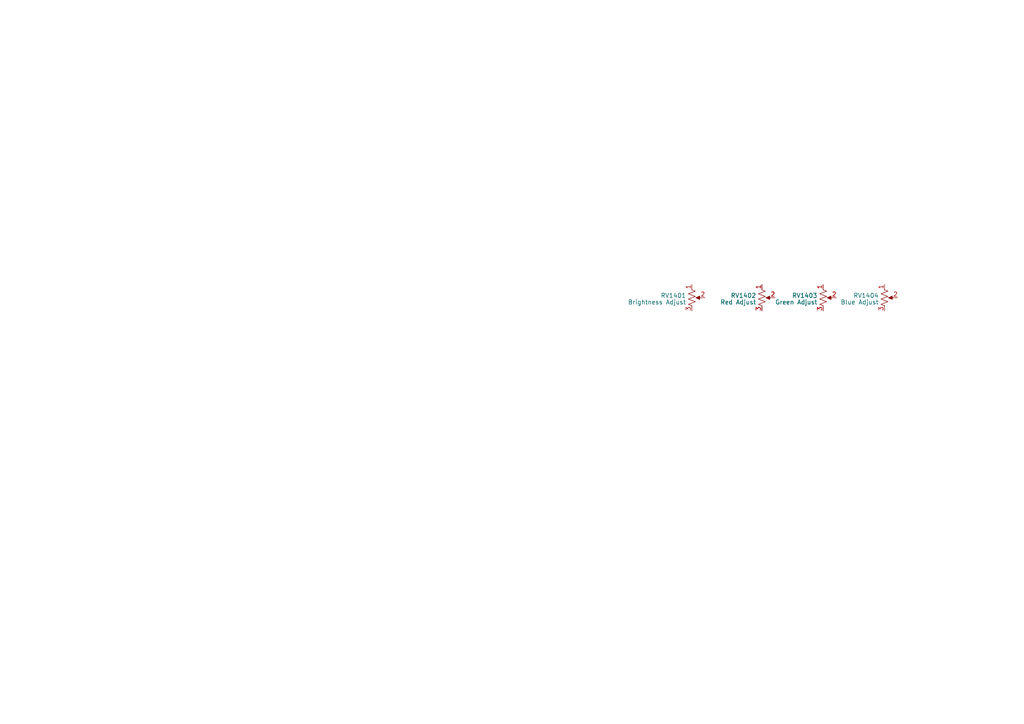
<source format=kicad_sch>
(kicad_sch (version 20230121) (generator eeschema)
  (paper "A4")
  (lib_symbols
    (symbol "Device:R_Potentiometer_US" (pin_names (offset 1.016) hide)
      (property "Reference" "RV" (at -4.445 0 90))
      (property "Value" "R_Potentiometer_US" (at -2.54 0 90))
      (symbol "R_Potentiometer_US_0_1"
        (polyline (pts (xy 0 -2.286) (xy 0 -2.54)))
        (polyline (pts (xy 0 2.54) (xy 0 2.286)))
        (polyline (pts (xy 2.54 0) (xy 1.524 0)))
        (polyline (pts (xy 1.143 0) (xy 2.286 0.508) (xy 2.286 -0.508) (xy 1.143 0)) (fill (type outline)))
        (polyline (pts (xy 0 -0.762) (xy 1.016 -1.143) (xy 0 -1.524) (xy -1.016 -1.905) (xy 0 -2.286)))
        (polyline (pts (xy 0 0.762) (xy 1.016 0.381) (xy 0 0) (xy -1.016 -0.381) (xy 0 -0.762)))
        (polyline (pts (xy 0 2.286) (xy 1.016 1.905) (xy 0 1.524) (xy -1.016 1.143) (xy 0 0.762)))
      )
      (symbol "R_Potentiometer_US_1_1"
        (pin passive line (at 0 3.81 270) (length 1.27) (name "1") (number "1"))
        (pin passive line (at 3.81 0 180) (length 1.27) (name "2") (number "2"))
        (pin passive line (at 0 -3.81 90) (length 1.27) (name "3") (number "3"))
      )
    )
  )
  (symbol (lib_id "Device:R_Potentiometer_US") (at 220.98 86.36 0) (unit 1)
    (property "Reference" "RV1402" (at 219.329 85.7163 0) (effects (justify right)))
    (property "Value" "Red Adjust" (at 219.329 87.6373 0) (effects (justify right)))
  )
  (symbol (lib_id "Device:R_Potentiometer_US") (at 256.54 86.36 0) (unit 1)
    (property "Reference" "RV1404" (at 254.889 85.7163 0) (effects (justify right)))
    (property "Value" "Blue Adjust" (at 254.889 87.6373 0) (effects (justify right)))
  )
  (symbol (lib_id "Device:R_Potentiometer_US") (at 200.66 86.36 0) (unit 1)
    (property "Reference" "RV1401" (at 199.0091 85.7163 0) (effects (justify right)))
    (property "Value" "Brightness Adjust" (at 199.0091 87.6373 0) (effects (justify right)))
  )
  (symbol (lib_id "Device:R_Potentiometer_US") (at 238.76 86.36 0) (unit 1)
    (property "Reference" "RV1403" (at 237.109 85.7163 0) (effects (justify right)))
    (property "Value" "Green Adjust" (at 237.109 87.6373 0) (effects (justify right)))
  )
)
</source>
